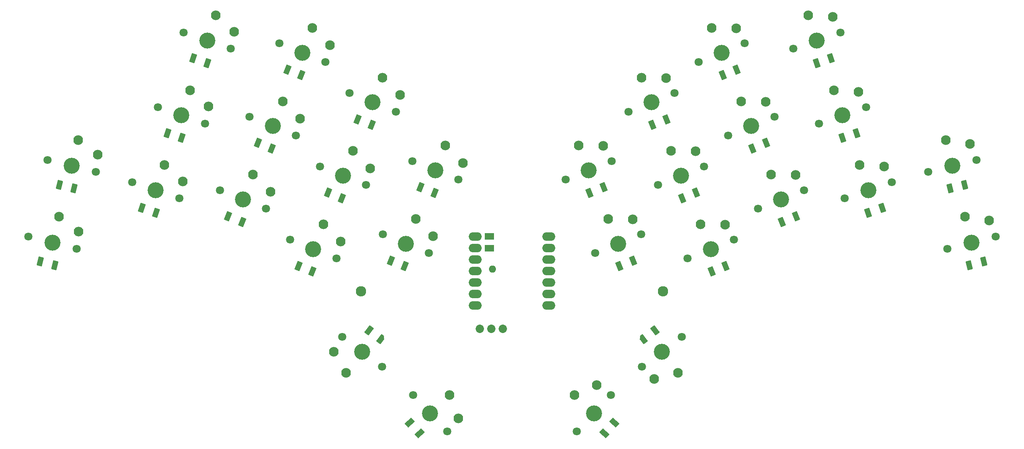
<source format=gbr>
%TF.GenerationSoftware,KiCad,Pcbnew,9.0.1-1.fc42*%
%TF.CreationDate,2025-04-18T11:26:07+10:00*%
%TF.ProjectId,iiwi,69697769-2e6b-4696-9361-645f70636258,0.1*%
%TF.SameCoordinates,Original*%
%TF.FileFunction,Soldermask,Top*%
%TF.FilePolarity,Negative*%
%FSLAX46Y46*%
G04 Gerber Fmt 4.6, Leading zero omitted, Abs format (unit mm)*
G04 Created by KiCad (PCBNEW 9.0.1-1.fc42) date 2025-04-18 11:26:07*
%MOMM*%
%LPD*%
G01*
G04 APERTURE LIST*
G04 Aperture macros list*
%AMRoundRect*
0 Rectangle with rounded corners*
0 $1 Rounding radius*
0 $2 $3 $4 $5 $6 $7 $8 $9 X,Y pos of 4 corners*
0 Add a 4 corners polygon primitive as box body*
4,1,4,$2,$3,$4,$5,$6,$7,$8,$9,$2,$3,0*
0 Add four circle primitives for the rounded corners*
1,1,$1+$1,$2,$3*
1,1,$1+$1,$4,$5*
1,1,$1+$1,$6,$7*
1,1,$1+$1,$8,$9*
0 Add four rect primitives between the rounded corners*
20,1,$1+$1,$2,$3,$4,$5,0*
20,1,$1+$1,$4,$5,$6,$7,0*
20,1,$1+$1,$6,$7,$8,$9,0*
20,1,$1+$1,$8,$9,$2,$3,0*%
%AMFreePoly0*
4,1,14,0.585355,0.985355,0.600000,0.950000,0.600000,-0.950000,0.585355,-0.985355,0.550001,-1.000000,-0.550001,-1.000000,-0.585355,-0.985355,-0.600000,-0.950000,-0.600000,0.400000,-0.585354,0.435355,-0.035355,0.985355,0.000000,1.000000,0.550001,1.000000,0.585355,0.985355,0.585355,0.985355,$1*%
%AMFreePoly1*
4,1,14,0.035355,0.985355,0.585354,0.435355,0.600000,0.400000,0.600000,-0.950000,0.585355,-0.985355,0.550001,-1.000000,-0.550001,-1.000000,-0.585355,-0.985355,-0.600000,-0.950000,-0.600000,0.950000,-0.585355,0.985355,-0.550001,1.000000,0.000000,1.000000,0.035355,0.985355,0.035355,0.985355,$1*%
G04 Aperture macros list end*
%ADD10C,0.100000*%
%ADD11C,1.801800*%
%ADD12RoundRect,0.050000X0.865827X0.674791X-0.154075X1.086858X-0.865827X-0.674791X0.154075X-1.086858X0*%
%ADD13C,3.529000*%
%ADD14C,2.132000*%
%ADD15C,2.300000*%
%ADD16RoundRect,0.050000X0.303837X1.054838X-0.763488X0.788724X-0.303837X-1.054838X0.763488X-0.788724X0*%
%ADD17RoundRect,0.050000X0.829325X0.719180X-0.210745X1.077305X-0.829325X-0.719180X0.210745X-1.077305X0*%
%ADD18RoundRect,0.050000X1.069885X0.245654X0.319687X1.050143X-1.069885X-0.245654X-0.319687X-1.050143X0*%
%ADD19RoundRect,0.050000X0.154075X1.086858X-0.865827X0.674791X-0.154075X-1.086858X0.865827X-0.674791X0*%
%ADD20RoundRect,0.050000X0.132475X-1.089702X1.010974X-0.427705X-0.132475X1.089702X-1.010974X0.427705X0*%
%ADD21FreePoly0,37.000000*%
%ADD22RoundRect,0.050000X0.210745X1.077305X-0.829325X0.719180X-0.210745X-1.077305X0.829325X-0.719180X0*%
%ADD23RoundRect,0.050000X0.763488X0.788724X-0.303837X1.054838X-0.763488X-0.788724X0.303837X-1.054838X0*%
%ADD24RoundRect,0.050000X-0.319687X1.050143X-1.069885X0.245654X0.319687X-1.050143X1.069885X-0.245654X0*%
%ADD25O,2.850000X1.900000*%
%ADD26O,1.600000X1.600000*%
%ADD27C,1.852600*%
%ADD28FreePoly1,323.000000*%
%ADD29RoundRect,0.050000X-1.010974X-0.427705X-0.132475X-1.089702X1.010974X0.427705X0.132475X1.089702X0*%
G04 APERTURE END LIST*
D10*
%TO.C,BT1*%
X168246082Y-137918042D02*
X168246082Y-139318041D01*
X166246085Y-139318039D01*
X166246086Y-137918023D01*
X168246082Y-137918042D01*
G36*
X168246082Y-137918042D02*
G01*
X168246082Y-139318041D01*
X166246085Y-139318039D01*
X166246086Y-137918023D01*
X168246082Y-137918042D01*
G37*
X168246083Y-136716586D02*
X166246083Y-136716588D01*
X166246083Y-135316590D01*
X168246084Y-135316590D01*
X168246083Y-136716586D01*
G36*
X168246083Y-136716586D02*
G01*
X166246083Y-136716588D01*
X166246083Y-135316590D01*
X168246084Y-135316590D01*
X168246083Y-136716586D01*
G37*
%TD*%
D11*
%TO.C,SW12*%
X123274361Y-136796013D03*
D12*
X125083350Y-142595988D03*
D13*
X128373866Y-138856349D03*
D14*
X130584054Y-133385999D03*
D11*
X133473371Y-140916685D03*
D14*
X134433294Y-137206062D03*
D12*
X128143093Y-143832235D03*
%TD*%
D15*
%TO.C,PAD1*%
X205669356Y-148224010D03*
%TD*%
D11*
%TO.C,S14*%
X268428868Y-138769642D03*
D16*
X273301539Y-142398637D03*
D13*
X273765494Y-137439074D03*
D14*
X272338158Y-131714328D03*
D11*
X279102120Y-136108506D03*
D14*
X277697669Y-132542342D03*
D16*
X276503517Y-141600293D03*
%TD*%
D11*
%TO.C,SW1*%
X99745627Y-90952829D03*
D17*
X101855714Y-96650200D03*
D13*
X104945997Y-92743459D03*
D14*
X106866858Y-87164938D03*
D11*
X110146367Y-94534089D03*
D14*
X110910744Y-90778307D03*
D17*
X104975958Y-97724606D03*
%TD*%
D11*
%TO.C,S27*%
X150443341Y-171177845D03*
D18*
X149631668Y-177198921D03*
D13*
X154194328Y-175200296D03*
D14*
X158509305Y-171176548D03*
D11*
X157945315Y-179222747D03*
D14*
X160383475Y-176265453D03*
D18*
X151882276Y-179612436D03*
%TD*%
D11*
%TO.C,SW26*%
X197970847Y-108469380D03*
D19*
X203301145Y-111384882D03*
D13*
X203070345Y-106409029D03*
D14*
X200860199Y-100938661D03*
D11*
X208169843Y-104348678D03*
D14*
X206282749Y-101012693D03*
D19*
X206360853Y-110148682D03*
%TD*%
D11*
%TO.C,SW27*%
X213476825Y-97475980D03*
D19*
X218807123Y-100391482D03*
D13*
X218576323Y-95415629D03*
D14*
X216366177Y-89945261D03*
D11*
X223675821Y-93355278D03*
D14*
X221788727Y-90019293D03*
D19*
X221866831Y-99155282D03*
%TD*%
D11*
%TO.C,SW3*%
X136385599Y-104344532D03*
D12*
X138194588Y-110144507D03*
D13*
X141485104Y-106404868D03*
D14*
X143695292Y-100934518D03*
D11*
X146584609Y-108465204D03*
D14*
X147544532Y-104754581D03*
D12*
X141254331Y-111380754D03*
%TD*%
D11*
%TO.C,SW6*%
X114315981Y-109583592D03*
D12*
X116124970Y-115383567D03*
D13*
X119415486Y-111643928D03*
D14*
X121625674Y-106173578D03*
D11*
X124514991Y-113704264D03*
D14*
X125474914Y-109993641D03*
D12*
X119184713Y-116619814D03*
%TD*%
D11*
%TO.C,S14*%
X209776197Y-158235245D03*
D20*
X203872918Y-156798639D03*
D13*
X205383700Y-161545227D03*
D14*
X208934410Y-166257180D03*
D11*
X200991203Y-164855209D03*
D14*
X203677419Y-167589115D03*
D21*
X201237419Y-158784630D03*
%TD*%
D11*
%TO.C,SW10*%
X88350718Y-124045993D03*
D17*
X90460805Y-129743364D03*
D13*
X93551088Y-125836623D03*
D14*
X95471949Y-120258102D03*
D11*
X98751458Y-127627253D03*
D14*
X99515835Y-123871471D03*
D17*
X93581049Y-130817770D03*
%TD*%
D11*
%TO.C,SW19*%
X245797571Y-127627276D03*
D22*
X250967981Y-130817755D03*
D13*
X250997916Y-125836648D03*
D14*
X249077091Y-120258103D03*
D11*
X256198261Y-124046020D03*
D14*
X254488335Y-120615817D03*
D22*
X254088204Y-129743394D03*
%TD*%
D11*
%TO.C,SW21*%
X190644972Y-139734038D03*
D19*
X195975270Y-142649540D03*
D13*
X195744470Y-137673687D03*
D14*
X193534324Y-132203319D03*
D11*
X200843968Y-135613336D03*
D14*
X198956874Y-132277351D03*
D19*
X199034978Y-141413340D03*
%TD*%
D11*
%TO.C,SW22*%
X204520064Y-124690958D03*
D19*
X209850362Y-127606460D03*
D13*
X209619562Y-122630607D03*
D14*
X207409416Y-117160239D03*
D11*
X214719060Y-120570256D03*
D14*
X212831966Y-117234271D03*
D19*
X212910070Y-126370260D03*
%TD*%
D11*
%TO.C,SW23*%
X220034023Y-113704287D03*
D19*
X225364321Y-116619789D03*
D13*
X225133521Y-111643936D03*
D14*
X222923375Y-106173568D03*
D11*
X230233019Y-109583585D03*
D14*
X228345925Y-106247600D03*
D19*
X228424029Y-115383589D03*
%TD*%
D15*
%TO.C,PAD1*%
X138879665Y-148224009D03*
%TD*%
D11*
%TO.C,SW2*%
X120871598Y-93357901D03*
D12*
X122680587Y-99157876D03*
D13*
X125971103Y-95418237D03*
D14*
X128181291Y-89947887D03*
D11*
X131070608Y-97478573D03*
D14*
X132030531Y-93767950D03*
D12*
X125740330Y-100394123D03*
%TD*%
D11*
%TO.C,SW9*%
X69680541Y-119128320D03*
D23*
X72279127Y-124620096D03*
D13*
X75017161Y-120458896D03*
D14*
X76444519Y-114734186D03*
D11*
X80353781Y-121789472D03*
D14*
X80787939Y-117981363D03*
D23*
X75481124Y-125418463D03*
%TD*%
D11*
%TO.C,SW11*%
X107760316Y-125809365D03*
D12*
X109569305Y-131609340D03*
D13*
X112859821Y-127869701D03*
D14*
X115070009Y-122399351D03*
D11*
X117959326Y-129930037D03*
D14*
X118919249Y-126219414D03*
D12*
X112629048Y-132845587D03*
%TD*%
D11*
%TO.C,S1*%
X65446900Y-136108500D03*
D23*
X68045507Y-141600291D03*
D14*
X72210863Y-131714329D03*
D13*
X70783527Y-137439074D03*
D11*
X76120154Y-138769648D03*
D14*
X76554310Y-134961561D03*
D23*
X71247483Y-142398635D03*
%TD*%
D11*
%TO.C,S28*%
X186603695Y-179222731D03*
D24*
X192666723Y-179612425D03*
D13*
X190354691Y-175200294D03*
D14*
X186039748Y-171176514D03*
D11*
X194105687Y-171177857D03*
D14*
X190985520Y-168951922D03*
D24*
X194917365Y-177198937D03*
%TD*%
D11*
%TO.C,SW7*%
X129829942Y-120570275D03*
D12*
X131638931Y-126370250D03*
D13*
X134929447Y-122630611D03*
D14*
X137139635Y-117160261D03*
D11*
X140028952Y-124690947D03*
D14*
X140988875Y-120980324D03*
D12*
X134698674Y-127606497D03*
%TD*%
D11*
%TO.C,S15*%
X264195233Y-121789467D03*
D16*
X269067904Y-125418462D03*
D13*
X269531859Y-120458899D03*
D14*
X268104523Y-114734153D03*
D11*
X274868485Y-119128331D03*
D14*
X273464034Y-115562167D03*
D16*
X272269882Y-124620118D03*
%TD*%
D11*
%TO.C,SW24*%
X240093435Y-111074473D03*
D22*
X245263845Y-114264952D03*
D13*
X245293780Y-109283845D03*
D14*
X243372955Y-103705300D03*
D11*
X250494125Y-107493217D03*
D14*
X248784199Y-104063014D03*
D22*
X248384068Y-113190591D03*
%TD*%
D25*
%TO.C,U1*%
X164177687Y-136077949D03*
X164177653Y-138617970D03*
X164177661Y-141157982D03*
X164177674Y-143697959D03*
X164177684Y-146237961D03*
X164177672Y-148777965D03*
X164177646Y-151317948D03*
X180367645Y-151317989D03*
X180367679Y-148777968D03*
X180367671Y-146237956D03*
X180367658Y-143697979D03*
X180367648Y-141157977D03*
X180367660Y-138617973D03*
X180367686Y-136077990D03*
%TD*%
D11*
%TO.C,SW25*%
X184085904Y-123506260D03*
D19*
X189416202Y-126421762D03*
D13*
X189185402Y-121445909D03*
D14*
X186975256Y-115975541D03*
D11*
X194284900Y-119385558D03*
D14*
X192397806Y-116049573D03*
D19*
X192475910Y-125185562D03*
%TD*%
D26*
%TO.C,*%
X167931661Y-143276908D03*
%TD*%
D11*
%TO.C,SW5*%
X94048181Y-107499393D03*
D17*
X96158268Y-113196764D03*
D13*
X99248551Y-109290023D03*
D14*
X101169412Y-103711502D03*
D11*
X104448921Y-111080653D03*
D14*
X105213298Y-107324871D03*
D17*
X99278512Y-114271170D03*
%TD*%
D27*
%TO.C,D9*%
X165186145Y-156454311D03*
X167726141Y-156454311D03*
X170271139Y-156454311D03*
%TD*%
D11*
%TO.C,SW4*%
X150260689Y-119387653D03*
D12*
X152069678Y-125187628D03*
D13*
X155360194Y-121447989D03*
D14*
X157570382Y-115977639D03*
D11*
X160459699Y-123508325D03*
D14*
X161419622Y-119797702D03*
D12*
X155129421Y-126423875D03*
%TD*%
D11*
%TO.C,S14*%
X143546631Y-164855801D03*
D28*
X143330505Y-158745292D03*
D14*
X135603427Y-166257768D03*
D13*
X139154137Y-161545815D03*
D11*
X134761643Y-158235829D03*
D14*
X132874062Y-161571558D03*
D29*
X140664919Y-156799230D03*
%TD*%
D15*
%TO.C,PAD1*%
X138879665Y-148224009D03*
%TD*%
D11*
%TO.C,SW17*%
X211075648Y-140916674D03*
D19*
X216405946Y-143832176D03*
D13*
X216175146Y-138856323D03*
D14*
X213965000Y-133385955D03*
D11*
X221274644Y-136795972D03*
D14*
X219387550Y-133459987D03*
D19*
X219465654Y-142595976D03*
%TD*%
D11*
%TO.C,SW28*%
X234410893Y-94540980D03*
D22*
X239581303Y-97731459D03*
D13*
X239611238Y-92750352D03*
D14*
X237690413Y-87171807D03*
D11*
X244811583Y-90959724D03*
D14*
X243101657Y-87529521D03*
D22*
X242701526Y-96657098D03*
%TD*%
D11*
%TO.C,SW18*%
X226589614Y-129930045D03*
D19*
X231919912Y-132845547D03*
D13*
X231689112Y-127869694D03*
D14*
X229478966Y-122399326D03*
D11*
X236788610Y-125809343D03*
D14*
X234901516Y-122473358D03*
D19*
X234979620Y-131609347D03*
%TD*%
D11*
%TO.C,SW8*%
X143705067Y-135613378D03*
D12*
X145514056Y-141413353D03*
D13*
X148804572Y-137673714D03*
D14*
X151014760Y-132203364D03*
D11*
X153904077Y-139734050D03*
D14*
X154864000Y-136023427D03*
D12*
X148573799Y-142649600D03*
%TD*%
M02*

</source>
